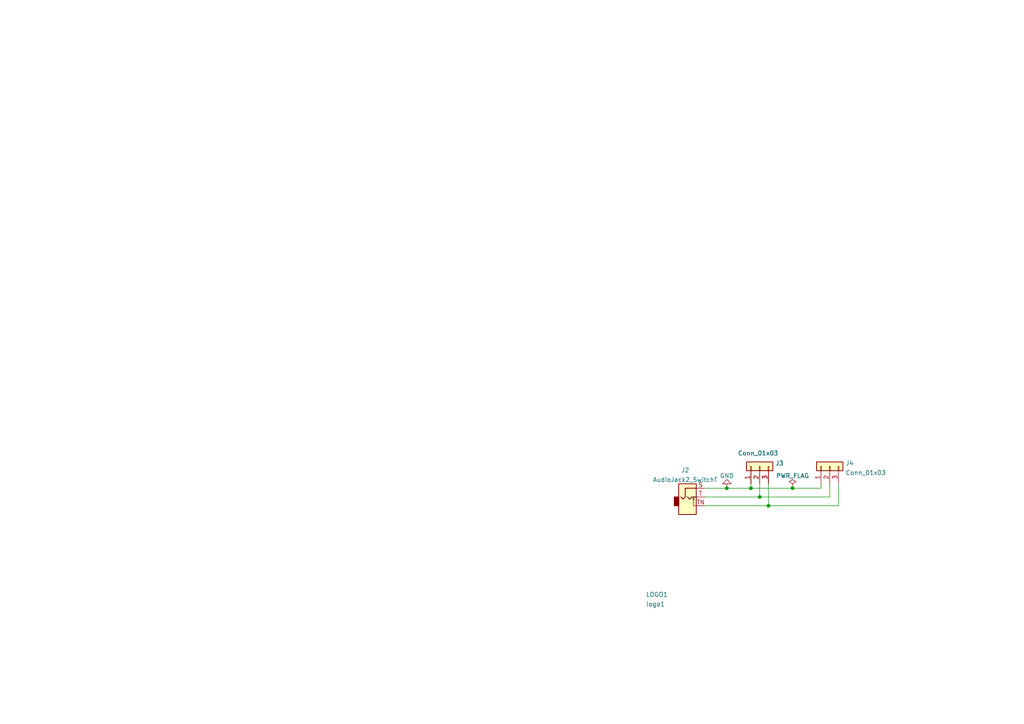
<source format=kicad_sch>
(kicad_sch (version 20211123) (generator eeschema)
  (paper "A4")
  (title_block (title "Audio Jack BOB") (date "2022-01-22") (rev "v1"))
  (lib_symbols
    (symbol "Connector:AudioJack2_SwitchT"
      (property "Reference" "J" (at 0 8.89 0))
      (property "Value" "AudioJack2_SwitchT" (at 0 6.35 0))
      (symbol "AudioJack2_SwitchT_0_1"
        (rectangle (start -2.54 0) (end -3.81 -2.54) (stroke (width 0.254)) (fill (type outline)))
        (polyline (pts (xy 1.778 -0.254) (xy 2.032 -0.762)))
        (polyline (pts (xy 0 0) (xy 0.635 -0.635) (xy 1.27 0) (xy 2.54 0)) (stroke (width 0.254)))
        (polyline (pts (xy 2.54 -2.54) (xy 1.778 -2.54) (xy 1.778 -0.254) (xy 1.524 -0.762)))
        (polyline (pts (xy 2.54 2.54) (xy -0.635 2.54) (xy -0.635 0) (xy -1.27 -0.635) (xy -1.905 0)) (stroke (width 0.254)))
        (rectangle (start 2.54 3.81) (end -2.54 -5.08) (stroke (width 0.254)) (fill (type background)))
      )
      (symbol "AudioJack2_SwitchT_1_1"
        (pin passive line (at 5.08 2.54 180) (length 2.54) (name "~") (number "S"))
        (pin passive line (at 5.08 0 180) (length 2.54) (name "~") (number "T"))
        (pin passive line (at 5.08 -2.54 180) (length 2.54) (name "~") (number "TN"))
      )
    )
    (symbol "Connector_Generic:Conn_01x03" (pin_names (offset 1.016) hide)
      (property "Reference" "J" (at 0 5.08 0))
      (property "Value" "Conn_01x03" (at 0 -5.08 0))
      (symbol "Conn_01x03_1_1"
        (rectangle (start -1.27 -2.413) (end 0 -2.667) (stroke (width 0.1524)))
        (rectangle (start -1.27 0.127) (end 0 -0.127) (stroke (width 0.1524)))
        (rectangle (start -1.27 2.667) (end 0 2.413) (stroke (width 0.1524)))
        (rectangle (start -1.27 3.81) (end 1.27 -3.81) (stroke (width 0.254)) (fill (type background)))
        (pin passive line (at -5.08 2.54 0) (length 3.81) (name "Pin_1") (number "1"))
        (pin passive line (at -5.08 0 0) (length 3.81) (name "Pin_2") (number "2"))
        (pin passive line (at -5.08 -2.54 0) (length 3.81) (name "Pin_3") (number "3"))
      )
    )
    (symbol "My Stuff:logo1" (pin_names (offset 1.016))
      (property "Reference" "LOGO" (at 0 -1.27 0))
      (property "Value" "logo1" (at 0 1.27 0))
    )
    (symbol "power:GND" (power) (pin_names (offset 0))
      (property "Value" "GND" (at 0 -3.81 0))
      (symbol "GND_0_1"
        (polyline (pts (xy 0 0) (xy 0 -1.27) (xy 1.27 -1.27) (xy 0 -2.54) (xy -1.27 -1.27) (xy 0 -1.27)))
      )
      (symbol "GND_1_1"
        (pin power_in line (at 0 0 270) (length 0) hide (name "GND") (number "1"))
      )
    )
    (symbol "power:PWR_FLAG" (power) (pin_numbers hide) (pin_names (offset 0) hide)
      (property "Value" "PWR_FLAG" (at 0 3.81 0))
      (symbol "PWR_FLAG_0_0"
        (pin power_out line (at 0 0 90) (length 0) (name "pwr") (number "1"))
      )
      (symbol "PWR_FLAG_0_1"
        (polyline (pts (xy 0 0) (xy 0 1.27) (xy -1.016 1.905) (xy 0 2.54) (xy 1.016 1.905) (xy 0 1.27)))
      )
    )
  )
  (junction (at 222.885 146.685))
  (junction (at 217.805 141.605))
  (junction (at 220.345 144.145))
  (junction (at 210.82 141.605))
  (junction (at 229.87 141.605))
  (wire (pts (xy 240.665 144.145) (xy 240.665 140.335)))
  (wire (pts (xy 222.885 146.685) (xy 222.885 140.335)))
  (wire (pts (xy 204.47 141.605) (xy 210.82 141.605)))
  (wire (pts (xy 204.47 146.685) (xy 222.885 146.685)))
  (wire (pts (xy 220.345 144.145) (xy 204.47 144.145)))
  (wire (pts (xy 217.805 141.605) (xy 229.87 141.605)))
  (wire (pts (xy 220.345 144.145) (xy 240.665 144.145)))
  (wire (pts (xy 217.805 141.605) (xy 217.805 140.335)))
  (wire (pts (xy 210.82 141.605) (xy 217.805 141.605)))
  (wire (pts (xy 229.87 141.605) (xy 238.125 141.605)))
  (wire (pts (xy 243.205 146.685) (xy 243.205 140.335)))
  (wire (pts (xy 238.125 141.605) (xy 238.125 140.335)))
  (wire (pts (xy 220.345 140.335) (xy 220.345 144.145)))
  (wire (pts (xy 222.885 146.685) (xy 243.205 146.685)))
  (symbol (lib_id "power:PWR_FLAG") (at 229.87 141.605 0) (unit 1)
    (property "Reference" "#FLG0101" (effects hide))
    (property "Value" "PWR_FLAG" (at 229.87 138.0005 0))
  )
  (symbol (lib_id "My Stuff:logo1") (at 186.69 173.355 0) (unit 1)
    (property "Reference" "LOGO1" (at 187.325 172.4465 0) (effects (justify left)))
    (property "Value" "logo1" (at 187.325 175.2216 0) (effects (justify left)))
    (property "Footprint" "My Stuff:Logo1" (effects hide))
  )
  (symbol (lib_id "power:GND") (at 210.82 141.605 180) (unit 1)
    (property "Reference" "#PWR01" (effects hide))
    (property "Value" "GND" (at 210.82 138.0005 0))
  )
  (symbol (lib_id "Connector_Generic:Conn_01x03") (at 240.665 135.255 90) (unit 1)
    (property "Reference" "J4" (at 245.237 134.3465 90) (effects (justify right)))
    (property "Value" "Conn_01x03" (at 245.237 137.1216 90) (effects (justify right)))
    (property "Footprint" "Connector_PinHeader_2.54mm:PinHeader_1x03_P2.54mm_Vertical" (effects hide))
  )
  (symbol (lib_id "Connector_Generic:Conn_01x03") (at 220.345 135.255 90) (unit 1)
    (property "Reference" "J3" (at 224.917 134.3465 90) (effects (justify right)))
    (property "Value" "Conn_01x03" (at 213.995 131.445 90) (effects (justify right)))
    (property "Footprint" "Connector_PinHeader_2.54mm:PinHeader_1x03_P2.54mm_Vertical" (effects hide))
  )
  (symbol (lib_id "Connector:AudioJack2_SwitchT") (at 199.39 144.145 0) (unit 1)
    (property "Reference" "J2" (at 198.755 136.3685 0))
    (property "Value" "AudioJack2_SwitchT" (at 198.755 139.1436 0))
    (property "Footprint" "My Stuff:Jack_3.5mm_MJ-355W_and_PJ398SM_Vertical" (effects hide))
  )
)
</source>
